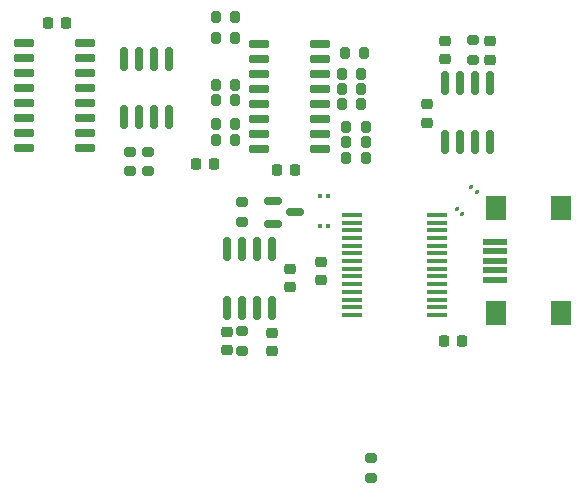
<source format=gbr>
%TF.GenerationSoftware,KiCad,Pcbnew,9.0.1*%
%TF.CreationDate,2025-07-23T18:00:58-03:00*%
%TF.ProjectId,board,626f6172-642e-46b6-9963-61645f706362,rev?*%
%TF.SameCoordinates,Original*%
%TF.FileFunction,Paste,Top*%
%TF.FilePolarity,Positive*%
%FSLAX46Y46*%
G04 Gerber Fmt 4.6, Leading zero omitted, Abs format (unit mm)*
G04 Created by KiCad (PCBNEW 9.0.1) date 2025-07-23 18:00:58*
%MOMM*%
%LPD*%
G01*
G04 APERTURE LIST*
G04 Aperture macros list*
%AMRoundRect*
0 Rectangle with rounded corners*
0 $1 Rounding radius*
0 $2 $3 $4 $5 $6 $7 $8 $9 X,Y pos of 4 corners*
0 Add a 4 corners polygon primitive as box body*
4,1,4,$2,$3,$4,$5,$6,$7,$8,$9,$2,$3,0*
0 Add four circle primitives for the rounded corners*
1,1,$1+$1,$2,$3*
1,1,$1+$1,$4,$5*
1,1,$1+$1,$6,$7*
1,1,$1+$1,$8,$9*
0 Add four rect primitives between the rounded corners*
20,1,$1+$1,$2,$3,$4,$5,0*
20,1,$1+$1,$4,$5,$6,$7,0*
20,1,$1+$1,$6,$7,$8,$9,0*
20,1,$1+$1,$8,$9,$2,$3,0*%
G04 Aperture macros list end*
%ADD10R,1.750000X0.450000*%
%ADD11RoundRect,0.079500X-0.127279X-0.014849X-0.014849X-0.127279X0.127279X0.014849X0.014849X0.127279X0*%
%ADD12RoundRect,0.079500X-0.079500X-0.100500X0.079500X-0.100500X0.079500X0.100500X-0.079500X0.100500X0*%
%ADD13RoundRect,0.225000X0.225000X0.250000X-0.225000X0.250000X-0.225000X-0.250000X0.225000X-0.250000X0*%
%ADD14RoundRect,0.225000X0.250000X-0.225000X0.250000X0.225000X-0.250000X0.225000X-0.250000X-0.225000X0*%
%ADD15RoundRect,0.200000X0.275000X-0.200000X0.275000X0.200000X-0.275000X0.200000X-0.275000X-0.200000X0*%
%ADD16RoundRect,0.200000X-0.200000X-0.275000X0.200000X-0.275000X0.200000X0.275000X-0.200000X0.275000X0*%
%ADD17RoundRect,0.150000X0.150000X-0.825000X0.150000X0.825000X-0.150000X0.825000X-0.150000X-0.825000X0*%
%ADD18RoundRect,0.225000X-0.225000X-0.250000X0.225000X-0.250000X0.225000X0.250000X-0.225000X0.250000X0*%
%ADD19RoundRect,0.200000X0.200000X0.275000X-0.200000X0.275000X-0.200000X-0.275000X0.200000X-0.275000X0*%
%ADD20RoundRect,0.200000X-0.275000X0.200000X-0.275000X-0.200000X0.275000X-0.200000X0.275000X0.200000X0*%
%ADD21RoundRect,0.225000X-0.250000X0.225000X-0.250000X-0.225000X0.250000X-0.225000X0.250000X0.225000X0*%
%ADD22RoundRect,0.150000X-0.725000X-0.150000X0.725000X-0.150000X0.725000X0.150000X-0.725000X0.150000X0*%
%ADD23RoundRect,0.150000X-0.150000X0.825000X-0.150000X-0.825000X0.150000X-0.825000X0.150000X0.825000X0*%
%ADD24RoundRect,0.150000X0.725000X0.150000X-0.725000X0.150000X-0.725000X-0.150000X0.725000X-0.150000X0*%
%ADD25RoundRect,0.150000X-0.587500X-0.150000X0.587500X-0.150000X0.587500X0.150000X-0.587500X0.150000X0*%
%ADD26R,2.000000X0.500000*%
%ADD27R,1.700000X2.000000*%
G04 APERTURE END LIST*
D10*
%TO.C,U6*%
X101911600Y-73059000D03*
X101911600Y-72409000D03*
X101911600Y-71759000D03*
X101911600Y-71109000D03*
X101911600Y-70459000D03*
X101911600Y-69809000D03*
X101911600Y-69159000D03*
X101911600Y-68509000D03*
X101911600Y-67859000D03*
X101911600Y-67209000D03*
X101911600Y-66559000D03*
X101911600Y-65909000D03*
X101911600Y-65259000D03*
X101911600Y-64609000D03*
X109111600Y-64609000D03*
X109111600Y-65259000D03*
X109111600Y-65909000D03*
X109111600Y-66559000D03*
X109111600Y-67209000D03*
X109111600Y-67859000D03*
X109111600Y-68509000D03*
X109111600Y-69159000D03*
X109111600Y-69809000D03*
X109111600Y-70459000D03*
X109111600Y-71109000D03*
X109111600Y-71759000D03*
X109111600Y-72409000D03*
X109111600Y-73059000D03*
%TD*%
D11*
%TO.C,C13*%
X112503952Y-62683952D03*
X112016048Y-62196048D03*
%TD*%
%TO.C,C12*%
X111253952Y-64543952D03*
X110766048Y-64056048D03*
%TD*%
D12*
%TO.C,C14*%
X99205000Y-63030000D03*
X99895000Y-63030000D03*
%TD*%
%TO.C,C15*%
X99215000Y-65550000D03*
X99905000Y-65550000D03*
%TD*%
D13*
%TO.C,C7*%
X90218000Y-60325000D03*
X88668000Y-60325000D03*
%TD*%
D14*
%TO.C,C4*%
X95152000Y-76109000D03*
X95152000Y-74559000D03*
%TD*%
D15*
%TO.C,R2*%
X103530400Y-86829400D03*
X103530400Y-85179400D03*
%TD*%
D16*
%TO.C,R5*%
X101029000Y-52705000D03*
X102679000Y-52705000D03*
%TD*%
D17*
%TO.C,U2*%
X109763000Y-58417000D03*
X111033000Y-58417000D03*
X112303000Y-58417000D03*
X113573000Y-58417000D03*
X113573000Y-53467000D03*
X112303000Y-53467000D03*
X111033000Y-53467000D03*
X109763000Y-53467000D03*
%TD*%
D18*
%TO.C,C8*%
X95526000Y-60833000D03*
X97076000Y-60833000D03*
%TD*%
D19*
%TO.C,R14*%
X92011000Y-47879000D03*
X90361000Y-47879000D03*
%TD*%
D20*
%TO.C,R1*%
X112176000Y-49813000D03*
X112176000Y-51463000D03*
%TD*%
D16*
%TO.C,R15*%
X101410000Y-59740800D03*
X103060000Y-59740800D03*
%TD*%
%TO.C,R9*%
X101029000Y-55245000D03*
X102679000Y-55245000D03*
%TD*%
%TO.C,R8*%
X101410000Y-58420000D03*
X103060000Y-58420000D03*
%TD*%
D14*
%TO.C,C6*%
X91342000Y-76051000D03*
X91342000Y-74501000D03*
%TD*%
D20*
%TO.C,R16*%
X83093000Y-59246000D03*
X83093000Y-60896000D03*
%TD*%
D19*
%TO.C,R3*%
X92011000Y-49657000D03*
X90361000Y-49657000D03*
%TD*%
D21*
%TO.C,C11*%
X99314000Y-68567000D03*
X99314000Y-70117000D03*
%TD*%
%TO.C,C1*%
X109763000Y-49863000D03*
X109763000Y-51413000D03*
%TD*%
D16*
%TO.C,R6*%
X101029000Y-53975000D03*
X102679000Y-53975000D03*
%TD*%
D19*
%TO.C,R13*%
X92011000Y-58293000D03*
X90361000Y-58293000D03*
%TD*%
D22*
%TO.C,U3*%
X74168000Y-50038000D03*
X74168000Y-51308000D03*
X74168000Y-52578000D03*
X74168000Y-53848000D03*
X74168000Y-55118000D03*
X74168000Y-56388000D03*
X74168000Y-57658000D03*
X74168000Y-58928000D03*
X79318000Y-58928000D03*
X79318000Y-57658000D03*
X79318000Y-56388000D03*
X79318000Y-55118000D03*
X79318000Y-53848000D03*
X79318000Y-52578000D03*
X79318000Y-51308000D03*
X79318000Y-50038000D03*
%TD*%
D21*
%TO.C,C2*%
X113573000Y-49898000D03*
X113573000Y-51448000D03*
%TD*%
D16*
%TO.C,R7*%
X101410000Y-57150000D03*
X103060000Y-57150000D03*
%TD*%
D19*
%TO.C,R11*%
X92011000Y-53594000D03*
X90361000Y-53594000D03*
%TD*%
D16*
%TO.C,R4*%
X101283000Y-50927000D03*
X102933000Y-50927000D03*
%TD*%
D23*
%TO.C,U5*%
X95123000Y-67502000D03*
X93853000Y-67502000D03*
X92583000Y-67502000D03*
X91313000Y-67502000D03*
X91313000Y-72452000D03*
X92583000Y-72452000D03*
X93853000Y-72452000D03*
X95123000Y-72452000D03*
%TD*%
D19*
%TO.C,R10*%
X92011000Y-54864000D03*
X90361000Y-54864000D03*
%TD*%
D14*
%TO.C,C9*%
X96676000Y-70717000D03*
X96676000Y-69167000D03*
%TD*%
D24*
%TO.C,U1*%
X99187000Y-59055000D03*
X99187000Y-57785000D03*
X99187000Y-56515000D03*
X99187000Y-55245000D03*
X99187000Y-53975000D03*
X99187000Y-52705000D03*
X99187000Y-51435000D03*
X99187000Y-50165000D03*
X94037000Y-50165000D03*
X94037000Y-51435000D03*
X94037000Y-52705000D03*
X94037000Y-53975000D03*
X94037000Y-55245000D03*
X94037000Y-56515000D03*
X94037000Y-57785000D03*
X94037000Y-59055000D03*
%TD*%
D19*
%TO.C,R12*%
X92011000Y-56896000D03*
X90361000Y-56896000D03*
%TD*%
D25*
%TO.C,Q2*%
X95230500Y-63439000D03*
X95230500Y-65339000D03*
X97105500Y-64389000D03*
%TD*%
D20*
%TO.C,R20*%
X92612000Y-63528000D03*
X92612000Y-65178000D03*
%TD*%
D15*
%TO.C,R19*%
X92612000Y-76101000D03*
X92612000Y-74451000D03*
%TD*%
D21*
%TO.C,C3*%
X108239000Y-55232000D03*
X108239000Y-56782000D03*
%TD*%
D26*
%TO.C,J2*%
X114030200Y-70078400D03*
X114030200Y-69278400D03*
X114030200Y-68478400D03*
X114030200Y-67678400D03*
X114030200Y-66878400D03*
D27*
X114130200Y-72928400D03*
X119580200Y-72928400D03*
X114130200Y-64028400D03*
X119580200Y-64028400D03*
%TD*%
D13*
%TO.C,C5*%
X77737000Y-48387000D03*
X76187000Y-48387000D03*
%TD*%
D17*
%TO.C,U4*%
X82585000Y-56323000D03*
X83855000Y-56323000D03*
X85125000Y-56323000D03*
X86395000Y-56323000D03*
X86395000Y-51373000D03*
X85125000Y-51373000D03*
X83855000Y-51373000D03*
X82585000Y-51373000D03*
%TD*%
D18*
%TO.C,C10*%
X109664200Y-75234800D03*
X111214200Y-75234800D03*
%TD*%
D15*
%TO.C,R17*%
X84617000Y-60896000D03*
X84617000Y-59246000D03*
%TD*%
M02*

</source>
